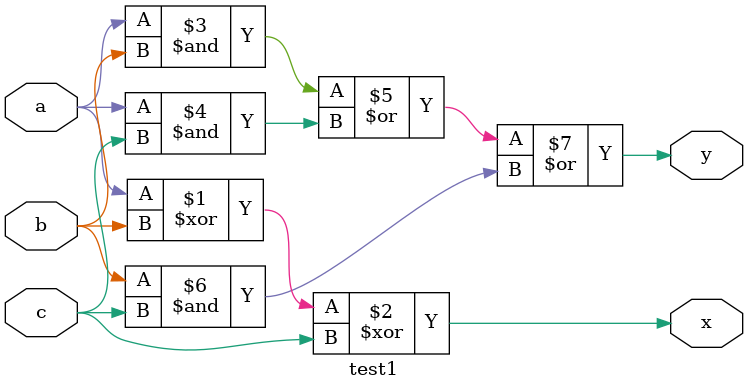
<source format=v>

module test1(a,b,c,x,y);

input a,b,c;
output x,y;

assign x = a ^ b ^ c;
assign y = (a & b) | (a & c) | (b & c);

endmodule
</source>
